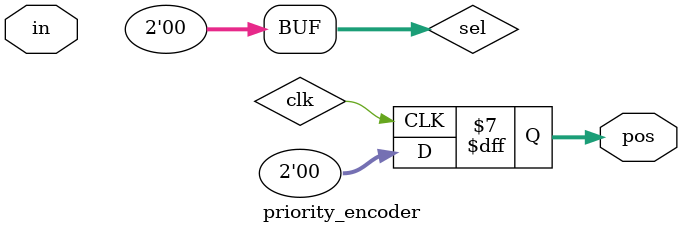
<source format=v>
module priority_encoder( 
input [2:0] in,
output reg [1:0] pos ); 
// When sel=1, assign b to out
reg [1:0] sel = 0;
always @(posedge clk)
begin
  if (sel)
    pos <= in[1];
  else
    pos <= 0;
end
endmodule

</source>
